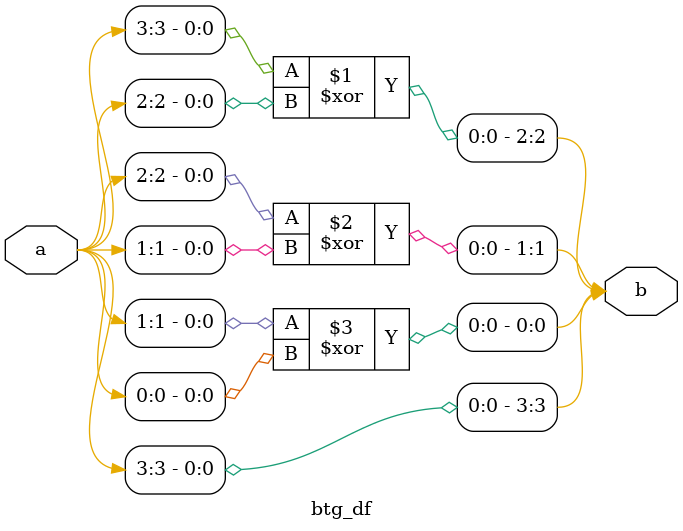
<source format=v>
module btg_df(a,b);
  input [3:0]a;
  output [3:0]b;
  assign b[3]=a[3];
  assign b[2]=a[3]^a[2];
  assign b[1]=a[2]^a[1];
  assign b[0]=a[1]^a[0];
endmodule

</source>
